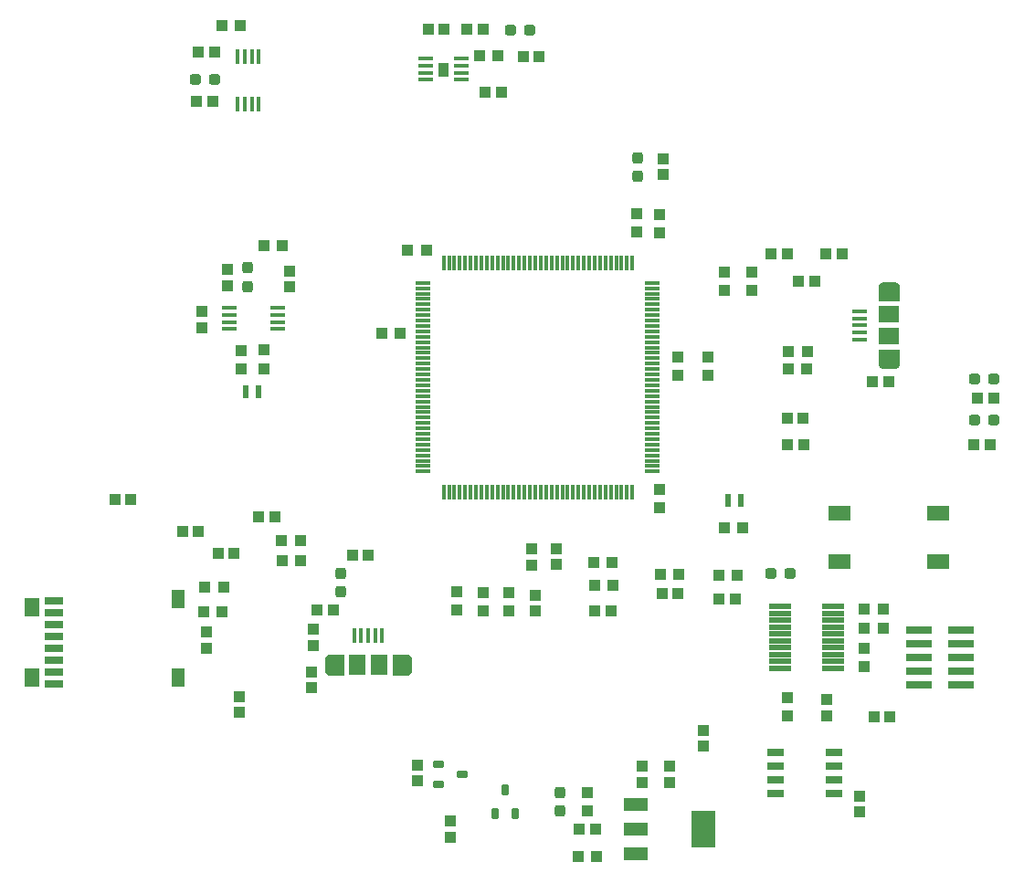
<source format=gbr>
%TF.GenerationSoftware,KiCad,Pcbnew,(6.0.1)*%
%TF.CreationDate,2022-02-13T11:40:04-05:00*%
%TF.ProjectId,STM32_Breakout,53544d33-325f-4427-9265-616b6f75742e,rev?*%
%TF.SameCoordinates,Original*%
%TF.FileFunction,Paste,Top*%
%TF.FilePolarity,Positive*%
%FSLAX46Y46*%
G04 Gerber Fmt 4.6, Leading zero omitted, Abs format (unit mm)*
G04 Created by KiCad (PCBNEW (6.0.1)) date 2022-02-13 11:40:04*
%MOMM*%
%LPD*%
G01*
G04 APERTURE LIST*
G04 Aperture macros list*
%AMRoundRect*
0 Rectangle with rounded corners*
0 $1 Rounding radius*
0 $2 $3 $4 $5 $6 $7 $8 $9 X,Y pos of 4 corners*
0 Add a 4 corners polygon primitive as box body*
4,1,4,$2,$3,$4,$5,$6,$7,$8,$9,$2,$3,0*
0 Add four circle primitives for the rounded corners*
1,1,$1+$1,$2,$3*
1,1,$1+$1,$4,$5*
1,1,$1+$1,$6,$7*
1,1,$1+$1,$8,$9*
0 Add four rect primitives between the rounded corners*
20,1,$1+$1,$2,$3,$4,$5,0*
20,1,$1+$1,$4,$5,$6,$7,0*
20,1,$1+$1,$6,$7,$8,$9,0*
20,1,$1+$1,$8,$9,$2,$3,0*%
G04 Aperture macros list end*
%ADD10C,0.000100*%
%ADD11C,0.010000*%
%ADD12RoundRect,0.008200X-0.976800X-0.196800X0.976800X-0.196800X0.976800X0.196800X-0.976800X0.196800X0*%
%ADD13RoundRect,0.008200X0.976800X0.196800X-0.976800X0.196800X-0.976800X-0.196800X0.976800X-0.196800X0*%
%ADD14R,1.040000X1.020000*%
%ADD15R,1.020000X1.040000*%
%ADD16R,1.100000X1.000000*%
%ADD17R,1.000000X1.100000*%
%ADD18R,0.600000X1.200000*%
%ADD19RoundRect,0.091500X0.213500X-0.453500X0.213500X0.453500X-0.213500X0.453500X-0.213500X-0.453500X0*%
%ADD20RoundRect,0.237500X0.237500X-0.287500X0.237500X0.287500X-0.237500X0.287500X-0.237500X-0.287500X0*%
%ADD21RoundRect,0.237500X0.287500X0.237500X-0.287500X0.237500X-0.287500X-0.237500X0.287500X-0.237500X0*%
%ADD22RoundRect,0.237500X-0.237500X0.287500X-0.237500X-0.287500X0.237500X-0.287500X0.237500X0.287500X0*%
%ADD23RoundRect,0.237500X-0.287500X-0.237500X0.287500X-0.237500X0.287500X0.237500X-0.287500X0.237500X0*%
%ADD24R,1.800000X0.800000*%
%ADD25R,1.200000X1.800000*%
%ADD26R,1.400000X1.800000*%
%ADD27R,0.400000X1.350000*%
%ADD28R,1.500000X1.900000*%
%ADD29R,1.525000X0.650000*%
%ADD30RoundRect,0.091500X-0.453500X-0.213500X0.453500X-0.213500X0.453500X0.213500X-0.453500X0.213500X0*%
%ADD31R,2.400000X0.740000*%
%ADD32RoundRect,0.012800X-0.637200X-0.147200X0.637200X-0.147200X0.637200X0.147200X-0.637200X0.147200X0*%
%ADD33R,2.200000X1.200000*%
%ADD34R,2.200000X3.500000*%
%ADD35R,1.346200X0.355600*%
%ADD36R,0.355600X1.346200*%
%ADD37R,1.450000X0.450000*%
%ADD38R,2.108200X1.397000*%
%ADD39R,0.450000X1.450000*%
%ADD40R,1.350000X0.400000*%
%ADD41R,1.900000X1.500000*%
G04 APERTURE END LIST*
D10*
%TO.C,J4*%
X87320000Y-123510000D02*
X86120000Y-123510000D01*
X86120000Y-123510000D02*
X86120000Y-125410000D01*
X86120000Y-125410000D02*
X87320000Y-125410000D01*
X87320000Y-125410000D02*
X87345000Y-125409000D01*
X87345000Y-125409000D02*
X87370000Y-125407000D01*
X87370000Y-125407000D02*
X87394000Y-125404000D01*
X87394000Y-125404000D02*
X87419000Y-125400000D01*
X87419000Y-125400000D02*
X87443000Y-125394000D01*
X87443000Y-125394000D02*
X87467000Y-125387000D01*
X87467000Y-125387000D02*
X87490000Y-125378000D01*
X87490000Y-125378000D02*
X87513000Y-125369000D01*
X87513000Y-125369000D02*
X87536000Y-125358000D01*
X87536000Y-125358000D02*
X87558000Y-125346000D01*
X87558000Y-125346000D02*
X87579000Y-125333000D01*
X87579000Y-125333000D02*
X87599000Y-125319000D01*
X87599000Y-125319000D02*
X87619000Y-125304000D01*
X87619000Y-125304000D02*
X87638000Y-125288000D01*
X87638000Y-125288000D02*
X87656000Y-125271000D01*
X87656000Y-125271000D02*
X87673000Y-125253000D01*
X87673000Y-125253000D02*
X87689000Y-125234000D01*
X87689000Y-125234000D02*
X87704000Y-125214000D01*
X87704000Y-125214000D02*
X87718000Y-125194000D01*
X87718000Y-125194000D02*
X87731000Y-125172000D01*
X87731000Y-125172000D02*
X87743000Y-125151000D01*
X87743000Y-125151000D02*
X87754000Y-125128000D01*
X87754000Y-125128000D02*
X87763000Y-125105000D01*
X87763000Y-125105000D02*
X87772000Y-125082000D01*
X87772000Y-125082000D02*
X87779000Y-125058000D01*
X87779000Y-125058000D02*
X87785000Y-125034000D01*
X87785000Y-125034000D02*
X87789000Y-125009000D01*
X87789000Y-125009000D02*
X87792000Y-124985000D01*
X87792000Y-124985000D02*
X87794000Y-124960000D01*
X87794000Y-124960000D02*
X87795000Y-124935000D01*
X87795000Y-124935000D02*
X87795000Y-123985000D01*
X87795000Y-123985000D02*
X87794000Y-123960000D01*
X87794000Y-123960000D02*
X87792000Y-123935000D01*
X87792000Y-123935000D02*
X87789000Y-123911000D01*
X87789000Y-123911000D02*
X87785000Y-123886000D01*
X87785000Y-123886000D02*
X87779000Y-123862000D01*
X87779000Y-123862000D02*
X87772000Y-123838000D01*
X87772000Y-123838000D02*
X87763000Y-123815000D01*
X87763000Y-123815000D02*
X87754000Y-123792000D01*
X87754000Y-123792000D02*
X87743000Y-123769000D01*
X87743000Y-123769000D02*
X87731000Y-123748000D01*
X87731000Y-123748000D02*
X87718000Y-123726000D01*
X87718000Y-123726000D02*
X87704000Y-123706000D01*
X87704000Y-123706000D02*
X87689000Y-123686000D01*
X87689000Y-123686000D02*
X87673000Y-123667000D01*
X87673000Y-123667000D02*
X87656000Y-123649000D01*
X87656000Y-123649000D02*
X87638000Y-123632000D01*
X87638000Y-123632000D02*
X87619000Y-123616000D01*
X87619000Y-123616000D02*
X87599000Y-123601000D01*
X87599000Y-123601000D02*
X87579000Y-123587000D01*
X87579000Y-123587000D02*
X87558000Y-123574000D01*
X87558000Y-123574000D02*
X87536000Y-123562000D01*
X87536000Y-123562000D02*
X87513000Y-123551000D01*
X87513000Y-123551000D02*
X87490000Y-123542000D01*
X87490000Y-123542000D02*
X87467000Y-123533000D01*
X87467000Y-123533000D02*
X87443000Y-123526000D01*
X87443000Y-123526000D02*
X87419000Y-123520000D01*
X87419000Y-123520000D02*
X87394000Y-123516000D01*
X87394000Y-123516000D02*
X87370000Y-123513000D01*
X87370000Y-123513000D02*
X87345000Y-123511000D01*
X87345000Y-123511000D02*
X87320000Y-123510000D01*
X87320000Y-123510000D02*
X87320000Y-123510000D01*
G36*
X87345000Y-123511000D02*
G01*
X87370000Y-123513000D01*
X87394000Y-123516000D01*
X87419000Y-123520000D01*
X87443000Y-123526000D01*
X87467000Y-123533000D01*
X87513000Y-123551000D01*
X87536000Y-123562000D01*
X87558000Y-123574000D01*
X87579000Y-123587000D01*
X87599000Y-123601000D01*
X87619000Y-123616000D01*
X87638000Y-123632000D01*
X87656000Y-123649000D01*
X87673000Y-123667000D01*
X87689000Y-123686000D01*
X87704000Y-123706000D01*
X87718000Y-123726000D01*
X87731000Y-123748000D01*
X87743000Y-123769000D01*
X87754000Y-123792000D01*
X87772000Y-123838000D01*
X87779000Y-123862000D01*
X87785000Y-123886000D01*
X87789000Y-123911000D01*
X87792000Y-123935000D01*
X87794000Y-123960000D01*
X87795000Y-123985000D01*
X87795000Y-124935000D01*
X87794000Y-124960000D01*
X87792000Y-124985000D01*
X87789000Y-125009000D01*
X87785000Y-125034000D01*
X87779000Y-125058000D01*
X87772000Y-125082000D01*
X87754000Y-125128000D01*
X87743000Y-125151000D01*
X87731000Y-125172000D01*
X87718000Y-125194000D01*
X87704000Y-125214000D01*
X87689000Y-125234000D01*
X87673000Y-125253000D01*
X87656000Y-125271000D01*
X87638000Y-125288000D01*
X87619000Y-125304000D01*
X87599000Y-125319000D01*
X87579000Y-125333000D01*
X87558000Y-125346000D01*
X87536000Y-125358000D01*
X87513000Y-125369000D01*
X87467000Y-125387000D01*
X87443000Y-125394000D01*
X87419000Y-125400000D01*
X87394000Y-125404000D01*
X87370000Y-125407000D01*
X87345000Y-125409000D01*
X87320000Y-125410000D01*
X86120000Y-125410000D01*
X86120000Y-123510000D01*
X87320000Y-123510000D01*
X87345000Y-123511000D01*
G37*
X87345000Y-123511000D02*
X87370000Y-123513000D01*
X87394000Y-123516000D01*
X87419000Y-123520000D01*
X87443000Y-123526000D01*
X87467000Y-123533000D01*
X87513000Y-123551000D01*
X87536000Y-123562000D01*
X87558000Y-123574000D01*
X87579000Y-123587000D01*
X87599000Y-123601000D01*
X87619000Y-123616000D01*
X87638000Y-123632000D01*
X87656000Y-123649000D01*
X87673000Y-123667000D01*
X87689000Y-123686000D01*
X87704000Y-123706000D01*
X87718000Y-123726000D01*
X87731000Y-123748000D01*
X87743000Y-123769000D01*
X87754000Y-123792000D01*
X87772000Y-123838000D01*
X87779000Y-123862000D01*
X87785000Y-123886000D01*
X87789000Y-123911000D01*
X87792000Y-123935000D01*
X87794000Y-123960000D01*
X87795000Y-123985000D01*
X87795000Y-124935000D01*
X87794000Y-124960000D01*
X87792000Y-124985000D01*
X87789000Y-125009000D01*
X87785000Y-125034000D01*
X87779000Y-125058000D01*
X87772000Y-125082000D01*
X87754000Y-125128000D01*
X87743000Y-125151000D01*
X87731000Y-125172000D01*
X87718000Y-125194000D01*
X87704000Y-125214000D01*
X87689000Y-125234000D01*
X87673000Y-125253000D01*
X87656000Y-125271000D01*
X87638000Y-125288000D01*
X87619000Y-125304000D01*
X87599000Y-125319000D01*
X87579000Y-125333000D01*
X87558000Y-125346000D01*
X87536000Y-125358000D01*
X87513000Y-125369000D01*
X87467000Y-125387000D01*
X87443000Y-125394000D01*
X87419000Y-125400000D01*
X87394000Y-125404000D01*
X87370000Y-125407000D01*
X87345000Y-125409000D01*
X87320000Y-125410000D01*
X86120000Y-125410000D01*
X86120000Y-123510000D01*
X87320000Y-123510000D01*
X87345000Y-123511000D01*
X80320000Y-123510000D02*
X81520000Y-123510000D01*
X81520000Y-123510000D02*
X81520000Y-125410000D01*
X81520000Y-125410000D02*
X80320000Y-125410000D01*
X80320000Y-125410000D02*
X80295000Y-125409000D01*
X80295000Y-125409000D02*
X80270000Y-125407000D01*
X80270000Y-125407000D02*
X80246000Y-125404000D01*
X80246000Y-125404000D02*
X80221000Y-125400000D01*
X80221000Y-125400000D02*
X80197000Y-125394000D01*
X80197000Y-125394000D02*
X80173000Y-125387000D01*
X80173000Y-125387000D02*
X80150000Y-125378000D01*
X80150000Y-125378000D02*
X80127000Y-125369000D01*
X80127000Y-125369000D02*
X80104000Y-125358000D01*
X80104000Y-125358000D02*
X80083000Y-125346000D01*
X80083000Y-125346000D02*
X80061000Y-125333000D01*
X80061000Y-125333000D02*
X80041000Y-125319000D01*
X80041000Y-125319000D02*
X80021000Y-125304000D01*
X80021000Y-125304000D02*
X80002000Y-125288000D01*
X80002000Y-125288000D02*
X79984000Y-125271000D01*
X79984000Y-125271000D02*
X79967000Y-125253000D01*
X79967000Y-125253000D02*
X79951000Y-125234000D01*
X79951000Y-125234000D02*
X79936000Y-125214000D01*
X79936000Y-125214000D02*
X79922000Y-125194000D01*
X79922000Y-125194000D02*
X79909000Y-125172000D01*
X79909000Y-125172000D02*
X79897000Y-125151000D01*
X79897000Y-125151000D02*
X79886000Y-125128000D01*
X79886000Y-125128000D02*
X79877000Y-125105000D01*
X79877000Y-125105000D02*
X79868000Y-125082000D01*
X79868000Y-125082000D02*
X79861000Y-125058000D01*
X79861000Y-125058000D02*
X79855000Y-125034000D01*
X79855000Y-125034000D02*
X79851000Y-125009000D01*
X79851000Y-125009000D02*
X79848000Y-124985000D01*
X79848000Y-124985000D02*
X79846000Y-124960000D01*
X79846000Y-124960000D02*
X79845000Y-124935000D01*
X79845000Y-124935000D02*
X79845000Y-123985000D01*
X79845000Y-123985000D02*
X79846000Y-123960000D01*
X79846000Y-123960000D02*
X79848000Y-123935000D01*
X79848000Y-123935000D02*
X79851000Y-123911000D01*
X79851000Y-123911000D02*
X79855000Y-123886000D01*
X79855000Y-123886000D02*
X79861000Y-123862000D01*
X79861000Y-123862000D02*
X79868000Y-123838000D01*
X79868000Y-123838000D02*
X79877000Y-123815000D01*
X79877000Y-123815000D02*
X79886000Y-123792000D01*
X79886000Y-123792000D02*
X79897000Y-123769000D01*
X79897000Y-123769000D02*
X79909000Y-123748000D01*
X79909000Y-123748000D02*
X79922000Y-123726000D01*
X79922000Y-123726000D02*
X79936000Y-123706000D01*
X79936000Y-123706000D02*
X79951000Y-123686000D01*
X79951000Y-123686000D02*
X79967000Y-123667000D01*
X79967000Y-123667000D02*
X79984000Y-123649000D01*
X79984000Y-123649000D02*
X80002000Y-123632000D01*
X80002000Y-123632000D02*
X80021000Y-123616000D01*
X80021000Y-123616000D02*
X80041000Y-123601000D01*
X80041000Y-123601000D02*
X80061000Y-123587000D01*
X80061000Y-123587000D02*
X80083000Y-123574000D01*
X80083000Y-123574000D02*
X80104000Y-123562000D01*
X80104000Y-123562000D02*
X80127000Y-123551000D01*
X80127000Y-123551000D02*
X80150000Y-123542000D01*
X80150000Y-123542000D02*
X80173000Y-123533000D01*
X80173000Y-123533000D02*
X80197000Y-123526000D01*
X80197000Y-123526000D02*
X80221000Y-123520000D01*
X80221000Y-123520000D02*
X80246000Y-123516000D01*
X80246000Y-123516000D02*
X80270000Y-123513000D01*
X80270000Y-123513000D02*
X80295000Y-123511000D01*
X80295000Y-123511000D02*
X80320000Y-123510000D01*
X80320000Y-123510000D02*
X80320000Y-123510000D01*
G36*
X81520000Y-125410000D02*
G01*
X80320000Y-125410000D01*
X80295000Y-125409000D01*
X80270000Y-125407000D01*
X80246000Y-125404000D01*
X80221000Y-125400000D01*
X80197000Y-125394000D01*
X80173000Y-125387000D01*
X80127000Y-125369000D01*
X80104000Y-125358000D01*
X80083000Y-125346000D01*
X80061000Y-125333000D01*
X80041000Y-125319000D01*
X80021000Y-125304000D01*
X80002000Y-125288000D01*
X79984000Y-125271000D01*
X79967000Y-125253000D01*
X79951000Y-125234000D01*
X79936000Y-125214000D01*
X79922000Y-125194000D01*
X79909000Y-125172000D01*
X79897000Y-125151000D01*
X79886000Y-125128000D01*
X79868000Y-125082000D01*
X79861000Y-125058000D01*
X79855000Y-125034000D01*
X79851000Y-125009000D01*
X79848000Y-124985000D01*
X79846000Y-124960000D01*
X79845000Y-124935000D01*
X79845000Y-123985000D01*
X79846000Y-123960000D01*
X79848000Y-123935000D01*
X79851000Y-123911000D01*
X79855000Y-123886000D01*
X79861000Y-123862000D01*
X79868000Y-123838000D01*
X79886000Y-123792000D01*
X79897000Y-123769000D01*
X79909000Y-123748000D01*
X79922000Y-123726000D01*
X79936000Y-123706000D01*
X79951000Y-123686000D01*
X79967000Y-123667000D01*
X79984000Y-123649000D01*
X80002000Y-123632000D01*
X80021000Y-123616000D01*
X80041000Y-123601000D01*
X80061000Y-123587000D01*
X80083000Y-123574000D01*
X80104000Y-123562000D01*
X80127000Y-123551000D01*
X80173000Y-123533000D01*
X80197000Y-123526000D01*
X80221000Y-123520000D01*
X80246000Y-123516000D01*
X80270000Y-123513000D01*
X80295000Y-123511000D01*
X80320000Y-123510000D01*
X81520000Y-123510000D01*
X81520000Y-125410000D01*
G37*
X81520000Y-125410000D02*
X80320000Y-125410000D01*
X80295000Y-125409000D01*
X80270000Y-125407000D01*
X80246000Y-125404000D01*
X80221000Y-125400000D01*
X80197000Y-125394000D01*
X80173000Y-125387000D01*
X80127000Y-125369000D01*
X80104000Y-125358000D01*
X80083000Y-125346000D01*
X80061000Y-125333000D01*
X80041000Y-125319000D01*
X80021000Y-125304000D01*
X80002000Y-125288000D01*
X79984000Y-125271000D01*
X79967000Y-125253000D01*
X79951000Y-125234000D01*
X79936000Y-125214000D01*
X79922000Y-125194000D01*
X79909000Y-125172000D01*
X79897000Y-125151000D01*
X79886000Y-125128000D01*
X79868000Y-125082000D01*
X79861000Y-125058000D01*
X79855000Y-125034000D01*
X79851000Y-125009000D01*
X79848000Y-124985000D01*
X79846000Y-124960000D01*
X79845000Y-124935000D01*
X79845000Y-123985000D01*
X79846000Y-123960000D01*
X79848000Y-123935000D01*
X79851000Y-123911000D01*
X79855000Y-123886000D01*
X79861000Y-123862000D01*
X79868000Y-123838000D01*
X79886000Y-123792000D01*
X79897000Y-123769000D01*
X79909000Y-123748000D01*
X79922000Y-123726000D01*
X79936000Y-123706000D01*
X79951000Y-123686000D01*
X79967000Y-123667000D01*
X79984000Y-123649000D01*
X80002000Y-123632000D01*
X80021000Y-123616000D01*
X80041000Y-123601000D01*
X80061000Y-123587000D01*
X80083000Y-123574000D01*
X80104000Y-123562000D01*
X80127000Y-123551000D01*
X80173000Y-123533000D01*
X80197000Y-123526000D01*
X80221000Y-123520000D01*
X80246000Y-123516000D01*
X80270000Y-123513000D01*
X80295000Y-123511000D01*
X80320000Y-123510000D01*
X81520000Y-123510000D01*
X81520000Y-125410000D01*
D11*
%TO.C,U6*%
X90366576Y-68650000D02*
X91173000Y-68650000D01*
X91173000Y-68650000D02*
X91173000Y-69865717D01*
X91173000Y-69865717D02*
X90366576Y-69865717D01*
X90366576Y-69865717D02*
X90366576Y-68650000D01*
G36*
X91173000Y-69865717D02*
G01*
X90366576Y-69865717D01*
X90366576Y-68650000D01*
X91173000Y-68650000D01*
X91173000Y-69865717D01*
G37*
X91173000Y-69865717D02*
X90366576Y-69865717D01*
X90366576Y-68650000D01*
X91173000Y-68650000D01*
X91173000Y-69865717D01*
D10*
%TO.C,J8*%
X131130000Y-89480000D02*
X131130000Y-90680000D01*
X131130000Y-90680000D02*
X133030000Y-90680000D01*
X133030000Y-90680000D02*
X133030000Y-89480000D01*
X133030000Y-89480000D02*
X133029000Y-89455000D01*
X133029000Y-89455000D02*
X133027000Y-89430000D01*
X133027000Y-89430000D02*
X133024000Y-89406000D01*
X133024000Y-89406000D02*
X133020000Y-89381000D01*
X133020000Y-89381000D02*
X133014000Y-89357000D01*
X133014000Y-89357000D02*
X133007000Y-89333000D01*
X133007000Y-89333000D02*
X132998000Y-89310000D01*
X132998000Y-89310000D02*
X132989000Y-89287000D01*
X132989000Y-89287000D02*
X132978000Y-89264000D01*
X132978000Y-89264000D02*
X132966000Y-89242000D01*
X132966000Y-89242000D02*
X132953000Y-89221000D01*
X132953000Y-89221000D02*
X132939000Y-89201000D01*
X132939000Y-89201000D02*
X132924000Y-89181000D01*
X132924000Y-89181000D02*
X132908000Y-89162000D01*
X132908000Y-89162000D02*
X132891000Y-89144000D01*
X132891000Y-89144000D02*
X132873000Y-89127000D01*
X132873000Y-89127000D02*
X132854000Y-89111000D01*
X132854000Y-89111000D02*
X132834000Y-89096000D01*
X132834000Y-89096000D02*
X132814000Y-89082000D01*
X132814000Y-89082000D02*
X132792000Y-89069000D01*
X132792000Y-89069000D02*
X132771000Y-89057000D01*
X132771000Y-89057000D02*
X132748000Y-89046000D01*
X132748000Y-89046000D02*
X132725000Y-89037000D01*
X132725000Y-89037000D02*
X132702000Y-89028000D01*
X132702000Y-89028000D02*
X132678000Y-89021000D01*
X132678000Y-89021000D02*
X132654000Y-89015000D01*
X132654000Y-89015000D02*
X132629000Y-89011000D01*
X132629000Y-89011000D02*
X132605000Y-89008000D01*
X132605000Y-89008000D02*
X132580000Y-89006000D01*
X132580000Y-89006000D02*
X132555000Y-89005000D01*
X132555000Y-89005000D02*
X131605000Y-89005000D01*
X131605000Y-89005000D02*
X131580000Y-89006000D01*
X131580000Y-89006000D02*
X131555000Y-89008000D01*
X131555000Y-89008000D02*
X131531000Y-89011000D01*
X131531000Y-89011000D02*
X131506000Y-89015000D01*
X131506000Y-89015000D02*
X131482000Y-89021000D01*
X131482000Y-89021000D02*
X131458000Y-89028000D01*
X131458000Y-89028000D02*
X131435000Y-89037000D01*
X131435000Y-89037000D02*
X131412000Y-89046000D01*
X131412000Y-89046000D02*
X131389000Y-89057000D01*
X131389000Y-89057000D02*
X131368000Y-89069000D01*
X131368000Y-89069000D02*
X131346000Y-89082000D01*
X131346000Y-89082000D02*
X131326000Y-89096000D01*
X131326000Y-89096000D02*
X131306000Y-89111000D01*
X131306000Y-89111000D02*
X131287000Y-89127000D01*
X131287000Y-89127000D02*
X131269000Y-89144000D01*
X131269000Y-89144000D02*
X131252000Y-89162000D01*
X131252000Y-89162000D02*
X131236000Y-89181000D01*
X131236000Y-89181000D02*
X131221000Y-89201000D01*
X131221000Y-89201000D02*
X131207000Y-89221000D01*
X131207000Y-89221000D02*
X131194000Y-89242000D01*
X131194000Y-89242000D02*
X131182000Y-89264000D01*
X131182000Y-89264000D02*
X131171000Y-89287000D01*
X131171000Y-89287000D02*
X131162000Y-89310000D01*
X131162000Y-89310000D02*
X131153000Y-89333000D01*
X131153000Y-89333000D02*
X131146000Y-89357000D01*
X131146000Y-89357000D02*
X131140000Y-89381000D01*
X131140000Y-89381000D02*
X131136000Y-89406000D01*
X131136000Y-89406000D02*
X131133000Y-89430000D01*
X131133000Y-89430000D02*
X131131000Y-89455000D01*
X131131000Y-89455000D02*
X131130000Y-89480000D01*
X131130000Y-89480000D02*
X131130000Y-89480000D01*
G36*
X132580000Y-89006000D02*
G01*
X132605000Y-89008000D01*
X132629000Y-89011000D01*
X132654000Y-89015000D01*
X132678000Y-89021000D01*
X132702000Y-89028000D01*
X132748000Y-89046000D01*
X132771000Y-89057000D01*
X132792000Y-89069000D01*
X132814000Y-89082000D01*
X132834000Y-89096000D01*
X132854000Y-89111000D01*
X132873000Y-89127000D01*
X132891000Y-89144000D01*
X132908000Y-89162000D01*
X132924000Y-89181000D01*
X132939000Y-89201000D01*
X132953000Y-89221000D01*
X132966000Y-89242000D01*
X132978000Y-89264000D01*
X132989000Y-89287000D01*
X133007000Y-89333000D01*
X133014000Y-89357000D01*
X133020000Y-89381000D01*
X133024000Y-89406000D01*
X133027000Y-89430000D01*
X133029000Y-89455000D01*
X133030000Y-89480000D01*
X133030000Y-90680000D01*
X131130000Y-90680000D01*
X131130000Y-89480000D01*
X131131000Y-89455000D01*
X131133000Y-89430000D01*
X131136000Y-89406000D01*
X131140000Y-89381000D01*
X131146000Y-89357000D01*
X131153000Y-89333000D01*
X131171000Y-89287000D01*
X131182000Y-89264000D01*
X131194000Y-89242000D01*
X131207000Y-89221000D01*
X131221000Y-89201000D01*
X131236000Y-89181000D01*
X131252000Y-89162000D01*
X131269000Y-89144000D01*
X131287000Y-89127000D01*
X131306000Y-89111000D01*
X131326000Y-89096000D01*
X131346000Y-89082000D01*
X131368000Y-89069000D01*
X131389000Y-89057000D01*
X131412000Y-89046000D01*
X131458000Y-89028000D01*
X131482000Y-89021000D01*
X131506000Y-89015000D01*
X131531000Y-89011000D01*
X131555000Y-89008000D01*
X131580000Y-89006000D01*
X131605000Y-89005000D01*
X132555000Y-89005000D01*
X132580000Y-89006000D01*
G37*
X132580000Y-89006000D02*
X132605000Y-89008000D01*
X132629000Y-89011000D01*
X132654000Y-89015000D01*
X132678000Y-89021000D01*
X132702000Y-89028000D01*
X132748000Y-89046000D01*
X132771000Y-89057000D01*
X132792000Y-89069000D01*
X132814000Y-89082000D01*
X132834000Y-89096000D01*
X132854000Y-89111000D01*
X132873000Y-89127000D01*
X132891000Y-89144000D01*
X132908000Y-89162000D01*
X132924000Y-89181000D01*
X132939000Y-89201000D01*
X132953000Y-89221000D01*
X132966000Y-89242000D01*
X132978000Y-89264000D01*
X132989000Y-89287000D01*
X133007000Y-89333000D01*
X133014000Y-89357000D01*
X133020000Y-89381000D01*
X133024000Y-89406000D01*
X133027000Y-89430000D01*
X133029000Y-89455000D01*
X133030000Y-89480000D01*
X133030000Y-90680000D01*
X131130000Y-90680000D01*
X131130000Y-89480000D01*
X131131000Y-89455000D01*
X131133000Y-89430000D01*
X131136000Y-89406000D01*
X131140000Y-89381000D01*
X131146000Y-89357000D01*
X131153000Y-89333000D01*
X131171000Y-89287000D01*
X131182000Y-89264000D01*
X131194000Y-89242000D01*
X131207000Y-89221000D01*
X131221000Y-89201000D01*
X131236000Y-89181000D01*
X131252000Y-89162000D01*
X131269000Y-89144000D01*
X131287000Y-89127000D01*
X131306000Y-89111000D01*
X131326000Y-89096000D01*
X131346000Y-89082000D01*
X131368000Y-89069000D01*
X131389000Y-89057000D01*
X131412000Y-89046000D01*
X131458000Y-89028000D01*
X131482000Y-89021000D01*
X131506000Y-89015000D01*
X131531000Y-89011000D01*
X131555000Y-89008000D01*
X131580000Y-89006000D01*
X131605000Y-89005000D01*
X132555000Y-89005000D01*
X132580000Y-89006000D01*
X131130000Y-96480000D02*
X131130000Y-95280000D01*
X131130000Y-95280000D02*
X133030000Y-95280000D01*
X133030000Y-95280000D02*
X133030000Y-96480000D01*
X133030000Y-96480000D02*
X133029000Y-96505000D01*
X133029000Y-96505000D02*
X133027000Y-96530000D01*
X133027000Y-96530000D02*
X133024000Y-96554000D01*
X133024000Y-96554000D02*
X133020000Y-96579000D01*
X133020000Y-96579000D02*
X133014000Y-96603000D01*
X133014000Y-96603000D02*
X133007000Y-96627000D01*
X133007000Y-96627000D02*
X132998000Y-96650000D01*
X132998000Y-96650000D02*
X132989000Y-96673000D01*
X132989000Y-96673000D02*
X132978000Y-96696000D01*
X132978000Y-96696000D02*
X132966000Y-96717000D01*
X132966000Y-96717000D02*
X132953000Y-96739000D01*
X132953000Y-96739000D02*
X132939000Y-96759000D01*
X132939000Y-96759000D02*
X132924000Y-96779000D01*
X132924000Y-96779000D02*
X132908000Y-96798000D01*
X132908000Y-96798000D02*
X132891000Y-96816000D01*
X132891000Y-96816000D02*
X132873000Y-96833000D01*
X132873000Y-96833000D02*
X132854000Y-96849000D01*
X132854000Y-96849000D02*
X132834000Y-96864000D01*
X132834000Y-96864000D02*
X132814000Y-96878000D01*
X132814000Y-96878000D02*
X132792000Y-96891000D01*
X132792000Y-96891000D02*
X132771000Y-96903000D01*
X132771000Y-96903000D02*
X132748000Y-96914000D01*
X132748000Y-96914000D02*
X132725000Y-96923000D01*
X132725000Y-96923000D02*
X132702000Y-96932000D01*
X132702000Y-96932000D02*
X132678000Y-96939000D01*
X132678000Y-96939000D02*
X132654000Y-96945000D01*
X132654000Y-96945000D02*
X132629000Y-96949000D01*
X132629000Y-96949000D02*
X132605000Y-96952000D01*
X132605000Y-96952000D02*
X132580000Y-96954000D01*
X132580000Y-96954000D02*
X132555000Y-96955000D01*
X132555000Y-96955000D02*
X131605000Y-96955000D01*
X131605000Y-96955000D02*
X131580000Y-96954000D01*
X131580000Y-96954000D02*
X131555000Y-96952000D01*
X131555000Y-96952000D02*
X131531000Y-96949000D01*
X131531000Y-96949000D02*
X131506000Y-96945000D01*
X131506000Y-96945000D02*
X131482000Y-96939000D01*
X131482000Y-96939000D02*
X131458000Y-96932000D01*
X131458000Y-96932000D02*
X131435000Y-96923000D01*
X131435000Y-96923000D02*
X131412000Y-96914000D01*
X131412000Y-96914000D02*
X131389000Y-96903000D01*
X131389000Y-96903000D02*
X131368000Y-96891000D01*
X131368000Y-96891000D02*
X131346000Y-96878000D01*
X131346000Y-96878000D02*
X131326000Y-96864000D01*
X131326000Y-96864000D02*
X131306000Y-96849000D01*
X131306000Y-96849000D02*
X131287000Y-96833000D01*
X131287000Y-96833000D02*
X131269000Y-96816000D01*
X131269000Y-96816000D02*
X131252000Y-96798000D01*
X131252000Y-96798000D02*
X131236000Y-96779000D01*
X131236000Y-96779000D02*
X131221000Y-96759000D01*
X131221000Y-96759000D02*
X131207000Y-96739000D01*
X131207000Y-96739000D02*
X131194000Y-96717000D01*
X131194000Y-96717000D02*
X131182000Y-96696000D01*
X131182000Y-96696000D02*
X131171000Y-96673000D01*
X131171000Y-96673000D02*
X131162000Y-96650000D01*
X131162000Y-96650000D02*
X131153000Y-96627000D01*
X131153000Y-96627000D02*
X131146000Y-96603000D01*
X131146000Y-96603000D02*
X131140000Y-96579000D01*
X131140000Y-96579000D02*
X131136000Y-96554000D01*
X131136000Y-96554000D02*
X131133000Y-96530000D01*
X131133000Y-96530000D02*
X131131000Y-96505000D01*
X131131000Y-96505000D02*
X131130000Y-96480000D01*
X131130000Y-96480000D02*
X131130000Y-96480000D01*
G36*
X133030000Y-96480000D02*
G01*
X133029000Y-96505000D01*
X133027000Y-96530000D01*
X133024000Y-96554000D01*
X133020000Y-96579000D01*
X133014000Y-96603000D01*
X133007000Y-96627000D01*
X132989000Y-96673000D01*
X132978000Y-96696000D01*
X132966000Y-96717000D01*
X132953000Y-96739000D01*
X132939000Y-96759000D01*
X132924000Y-96779000D01*
X132908000Y-96798000D01*
X132891000Y-96816000D01*
X132873000Y-96833000D01*
X132854000Y-96849000D01*
X132834000Y-96864000D01*
X132814000Y-96878000D01*
X132792000Y-96891000D01*
X132771000Y-96903000D01*
X132748000Y-96914000D01*
X132702000Y-96932000D01*
X132678000Y-96939000D01*
X132654000Y-96945000D01*
X132629000Y-96949000D01*
X132605000Y-96952000D01*
X132580000Y-96954000D01*
X132555000Y-96955000D01*
X131605000Y-96955000D01*
X131580000Y-96954000D01*
X131555000Y-96952000D01*
X131531000Y-96949000D01*
X131506000Y-96945000D01*
X131482000Y-96939000D01*
X131458000Y-96932000D01*
X131412000Y-96914000D01*
X131389000Y-96903000D01*
X131368000Y-96891000D01*
X131346000Y-96878000D01*
X131326000Y-96864000D01*
X131306000Y-96849000D01*
X131287000Y-96833000D01*
X131269000Y-96816000D01*
X131252000Y-96798000D01*
X131236000Y-96779000D01*
X131221000Y-96759000D01*
X131207000Y-96739000D01*
X131194000Y-96717000D01*
X131182000Y-96696000D01*
X131171000Y-96673000D01*
X131153000Y-96627000D01*
X131146000Y-96603000D01*
X131140000Y-96579000D01*
X131136000Y-96554000D01*
X131133000Y-96530000D01*
X131131000Y-96505000D01*
X131130000Y-96480000D01*
X131130000Y-95280000D01*
X133030000Y-95280000D01*
X133030000Y-96480000D01*
G37*
X133030000Y-96480000D02*
X133029000Y-96505000D01*
X133027000Y-96530000D01*
X133024000Y-96554000D01*
X133020000Y-96579000D01*
X133014000Y-96603000D01*
X133007000Y-96627000D01*
X132989000Y-96673000D01*
X132978000Y-96696000D01*
X132966000Y-96717000D01*
X132953000Y-96739000D01*
X132939000Y-96759000D01*
X132924000Y-96779000D01*
X132908000Y-96798000D01*
X132891000Y-96816000D01*
X132873000Y-96833000D01*
X132854000Y-96849000D01*
X132834000Y-96864000D01*
X132814000Y-96878000D01*
X132792000Y-96891000D01*
X132771000Y-96903000D01*
X132748000Y-96914000D01*
X132702000Y-96932000D01*
X132678000Y-96939000D01*
X132654000Y-96945000D01*
X132629000Y-96949000D01*
X132605000Y-96952000D01*
X132580000Y-96954000D01*
X132555000Y-96955000D01*
X131605000Y-96955000D01*
X131580000Y-96954000D01*
X131555000Y-96952000D01*
X131531000Y-96949000D01*
X131506000Y-96945000D01*
X131482000Y-96939000D01*
X131458000Y-96932000D01*
X131412000Y-96914000D01*
X131389000Y-96903000D01*
X131368000Y-96891000D01*
X131346000Y-96878000D01*
X131326000Y-96864000D01*
X131306000Y-96849000D01*
X131287000Y-96833000D01*
X131269000Y-96816000D01*
X131252000Y-96798000D01*
X131236000Y-96779000D01*
X131221000Y-96759000D01*
X131207000Y-96739000D01*
X131194000Y-96717000D01*
X131182000Y-96696000D01*
X131171000Y-96673000D01*
X131153000Y-96627000D01*
X131146000Y-96603000D01*
X131140000Y-96579000D01*
X131136000Y-96554000D01*
X131133000Y-96530000D01*
X131131000Y-96505000D01*
X131130000Y-96480000D01*
X131130000Y-95280000D01*
X133030000Y-95280000D01*
X133030000Y-96480000D01*
%TD*%
D12*
%TO.C,U7*%
X121990000Y-119062500D03*
X121990000Y-119697500D03*
X121990000Y-120332500D03*
X121990000Y-120967500D03*
X121990000Y-121602500D03*
X121990000Y-122237500D03*
X121990000Y-122872500D03*
X121990000Y-123507500D03*
X121990000Y-124142500D03*
X121990000Y-124777500D03*
D13*
X126930000Y-124777500D03*
X126930000Y-124142500D03*
X126930000Y-123507500D03*
X126930000Y-122872500D03*
X126930000Y-122237500D03*
X126930000Y-121602500D03*
X126930000Y-120967500D03*
X126930000Y-120332500D03*
X126930000Y-119697500D03*
X126930000Y-119062500D03*
%TD*%
D14*
%TO.C,R32*%
X130583000Y-98171000D03*
X132053000Y-98171000D03*
%TD*%
%TO.C,R31*%
X141805000Y-99695000D03*
X140335000Y-99695000D03*
%TD*%
%TO.C,R30*%
X141451000Y-104013000D03*
X139981000Y-104013000D03*
%TD*%
%TO.C,R29*%
X124179000Y-104013000D03*
X122709000Y-104013000D03*
%TD*%
%TO.C,R28*%
X124152000Y-101600000D03*
X122682000Y-101600000D03*
%TD*%
%TO.C,R27*%
X116359000Y-118364000D03*
X117829000Y-118364000D03*
%TD*%
%TO.C,R24*%
X60379000Y-109093000D03*
X61849000Y-109093000D03*
%TD*%
%TO.C,R23*%
X130710000Y-129286000D03*
X132180000Y-129286000D03*
%TD*%
D15*
%TO.C,R9*%
X111170250Y-77524000D03*
X111170250Y-78994000D03*
%TD*%
D16*
%TO.C,C34*%
X122760000Y-97028000D03*
X124460000Y-97028000D03*
%TD*%
%TO.C,C33*%
X124509000Y-95377000D03*
X122809000Y-95377000D03*
%TD*%
D17*
%TO.C,C32*%
X122682000Y-127508000D03*
X122682000Y-129208000D03*
%TD*%
%TO.C,C31*%
X129794000Y-121031000D03*
X129794000Y-119331000D03*
%TD*%
%TO.C,C30*%
X131572000Y-119331000D03*
X131572000Y-121031000D03*
%TD*%
%TO.C,C29*%
X129794000Y-122936000D03*
X129794000Y-124636000D03*
%TD*%
D16*
%TO.C,C22*%
X86790000Y-93726000D03*
X85090000Y-93726000D03*
%TD*%
D17*
%TO.C,C19*%
X115316000Y-97624000D03*
X115316000Y-95924000D03*
%TD*%
D16*
%TO.C,C18*%
X77519000Y-112903000D03*
X75819000Y-112903000D03*
%TD*%
%TO.C,C17*%
X77558000Y-114808000D03*
X75858000Y-114808000D03*
%TD*%
D17*
%TO.C,C16*%
X110871000Y-84416000D03*
X110871000Y-82716000D03*
%TD*%
D16*
%TO.C,C15*%
X89203000Y-85979000D03*
X87503000Y-85979000D03*
%TD*%
D17*
%TO.C,C14*%
X108712000Y-84289000D03*
X108712000Y-82589000D03*
%TD*%
%TO.C,C13*%
X112522000Y-97624000D03*
X112522000Y-95924000D03*
%TD*%
%TO.C,C12*%
X110871000Y-109904000D03*
X110871000Y-108204000D03*
%TD*%
D16*
%TO.C,C10*%
X110949000Y-116078000D03*
X112649000Y-116078000D03*
%TD*%
D18*
%TO.C,O2*%
X117144800Y-109220000D03*
X118344800Y-109220000D03*
%TD*%
D17*
%TO.C,C2*%
X104140000Y-136310000D03*
X104140000Y-138010000D03*
%TD*%
D16*
%TO.C,C5*%
X104990000Y-142240000D03*
X103290000Y-142240000D03*
%TD*%
D17*
%TO.C,C7*%
X92040000Y-119410000D03*
X92040000Y-117710000D03*
%TD*%
%TO.C,C9*%
X94480000Y-119430000D03*
X94480000Y-117730000D03*
%TD*%
D16*
%TO.C,C6*%
X106470000Y-115000000D03*
X104770000Y-115000000D03*
%TD*%
%TO.C,C8*%
X106520000Y-117090000D03*
X104820000Y-117090000D03*
%TD*%
D17*
%TO.C,C11*%
X96870000Y-119480000D03*
X96870000Y-117780000D03*
%TD*%
%TO.C,C21*%
X116840000Y-88050000D03*
X116840000Y-89750000D03*
%TD*%
%TO.C,C23*%
X119380000Y-88050000D03*
X119380000Y-89750000D03*
%TD*%
D16*
%TO.C,C27*%
X68610000Y-119510000D03*
X70310000Y-119510000D03*
%TD*%
%TO.C,C28*%
X68707000Y-117221000D03*
X70407000Y-117221000D03*
%TD*%
%TO.C,C20*%
X116345600Y-116179600D03*
X118045600Y-116179600D03*
%TD*%
%TO.C,C26*%
X95885000Y-67945000D03*
X94185000Y-67945000D03*
%TD*%
%TO.C,C24*%
X75830000Y-85617500D03*
X74130000Y-85617500D03*
%TD*%
%TO.C,C25*%
X116840000Y-111760000D03*
X118540000Y-111760000D03*
%TD*%
D17*
%TO.C,C4*%
X74200000Y-95287500D03*
X74200000Y-96987500D03*
%TD*%
%TO.C,C3*%
X72050000Y-95317500D03*
X72050000Y-97017500D03*
%TD*%
D16*
%TO.C,C1*%
X70265000Y-65220000D03*
X71965000Y-65220000D03*
%TD*%
D19*
%TO.C,D3*%
X95605000Y-138230000D03*
X97435000Y-138230000D03*
X96520000Y-136090000D03*
%TD*%
D20*
%TO.C,D4*%
X101600000Y-138035000D03*
X101600000Y-136285000D03*
%TD*%
D21*
%TO.C,D6*%
X98790000Y-65620000D03*
X97040000Y-65620000D03*
%TD*%
D22*
%TO.C,D7*%
X81280000Y-115965000D03*
X81280000Y-117715000D03*
%TD*%
%TO.C,D2*%
X72620000Y-87632500D03*
X72620000Y-89382500D03*
%TD*%
D23*
%TO.C,D1*%
X67820000Y-70150000D03*
X69570000Y-70150000D03*
%TD*%
D15*
%TO.C,FB2*%
X88392000Y-135228000D03*
X88392000Y-133758000D03*
%TD*%
D14*
%TO.C,FB6*%
X106325000Y-119500000D03*
X104855000Y-119500000D03*
%TD*%
D15*
%TO.C,FB7*%
X99310000Y-119475000D03*
X99310000Y-118005000D03*
%TD*%
D14*
%TO.C,FB8*%
X127735000Y-86360000D03*
X126265000Y-86360000D03*
%TD*%
D15*
%TO.C,FB3*%
X68453000Y-93191000D03*
X68453000Y-91721000D03*
%TD*%
%TO.C,FB10*%
X68834000Y-121439000D03*
X68834000Y-122909000D03*
%TD*%
D14*
%TO.C,FB5*%
X111052000Y-117856000D03*
X112522000Y-117856000D03*
%TD*%
%TO.C,FB9*%
X94465000Y-65530000D03*
X92995000Y-65530000D03*
%TD*%
D15*
%TO.C,FB4*%
X129413000Y-136652000D03*
X129413000Y-138122000D03*
%TD*%
D14*
%TO.C,FB1*%
X68100000Y-67610000D03*
X69570000Y-67610000D03*
%TD*%
D24*
%TO.C,J7*%
X54663500Y-126222000D03*
X54663500Y-125122000D03*
X54663500Y-124022000D03*
X54663500Y-122922000D03*
X54663500Y-121822000D03*
X54663500Y-120722000D03*
X54663500Y-119622000D03*
X54663500Y-118522000D03*
D25*
X66213500Y-125672000D03*
X66213500Y-118322000D03*
D26*
X52663500Y-125622000D03*
X52663500Y-119122000D03*
%TD*%
D27*
%TO.C,J4*%
X82520000Y-121785000D03*
X83170000Y-121785000D03*
X83820000Y-121785000D03*
X84470000Y-121785000D03*
X85120000Y-121785000D03*
D28*
X82820000Y-124460000D03*
X84820000Y-124460000D03*
%TD*%
D29*
%TO.C,MAX4372F1*%
X127002000Y-136365000D03*
X127002000Y-135095000D03*
X127002000Y-133825000D03*
X127002000Y-132555000D03*
X121578000Y-132555000D03*
X121578000Y-133825000D03*
X121578000Y-135095000D03*
X121578000Y-136365000D03*
%TD*%
D18*
%TO.C,O1*%
X72460000Y-99127500D03*
X73660000Y-99127500D03*
%TD*%
D30*
%TO.C,Q1*%
X90370000Y-133705000D03*
X90370000Y-135535000D03*
X92510000Y-134620000D03*
%TD*%
D15*
%TO.C,R26*%
X101270000Y-115180000D03*
X101270000Y-113710000D03*
%TD*%
D14*
%TO.C,R10*%
X122655000Y-86360000D03*
X121185000Y-86360000D03*
%TD*%
%TO.C,R11*%
X125195000Y-88900000D03*
X123725000Y-88900000D03*
%TD*%
D15*
%TO.C,R8*%
X114935000Y-132026000D03*
X114935000Y-130556000D03*
%TD*%
%TO.C,R4*%
X91440000Y-140435000D03*
X91440000Y-138965000D03*
%TD*%
%TO.C,R25*%
X99020000Y-113715000D03*
X99020000Y-115185000D03*
%TD*%
%TO.C,R1*%
X76520000Y-87962500D03*
X76520000Y-89432500D03*
%TD*%
D14*
%TO.C,R14*%
X79115000Y-119380000D03*
X80585000Y-119380000D03*
%TD*%
%TO.C,R15*%
X69925000Y-114140000D03*
X71395000Y-114140000D03*
%TD*%
D15*
%TO.C,R17*%
X78740000Y-121185000D03*
X78740000Y-122655000D03*
%TD*%
D14*
%TO.C,R18*%
X66635000Y-112110000D03*
X68105000Y-112110000D03*
%TD*%
%TO.C,R19*%
X73695000Y-110700000D03*
X75165000Y-110700000D03*
%TD*%
D15*
%TO.C,R21*%
X71882000Y-127381000D03*
X71882000Y-128851000D03*
%TD*%
%TO.C,R16*%
X78613000Y-125122000D03*
X78613000Y-126592000D03*
%TD*%
D14*
%TO.C,R5*%
X103405000Y-139700000D03*
X104875000Y-139700000D03*
%TD*%
%TO.C,R12*%
X98225000Y-68072000D03*
X99695000Y-68072000D03*
%TD*%
%TO.C,R13*%
X82350000Y-114300000D03*
X83820000Y-114300000D03*
%TD*%
%TO.C,R20*%
X94680000Y-71390000D03*
X96150000Y-71390000D03*
%TD*%
%TO.C,R22*%
X89400000Y-65530000D03*
X90870000Y-65530000D03*
%TD*%
D15*
%TO.C,R3*%
X70790000Y-87817500D03*
X70790000Y-89287500D03*
%TD*%
D14*
%TO.C,R2*%
X67940000Y-72210000D03*
X69410000Y-72210000D03*
%TD*%
D15*
%TO.C,R6*%
X109220000Y-133885000D03*
X109220000Y-135355000D03*
%TD*%
%TO.C,R7*%
X111760000Y-133885000D03*
X111760000Y-135355000D03*
%TD*%
D31*
%TO.C,SW_PORT1*%
X134870000Y-121240000D03*
X138770000Y-121240000D03*
X134870000Y-122510000D03*
X138770000Y-122510000D03*
X134870000Y-123780000D03*
X138770000Y-123780000D03*
X134870000Y-125050000D03*
X138770000Y-125050000D03*
X134870000Y-126320000D03*
X138770000Y-126320000D03*
%TD*%
D32*
%TO.C,U6*%
X89125000Y-68275000D03*
X89125000Y-68925000D03*
X89125000Y-69575000D03*
X89125000Y-70225000D03*
X92425000Y-70225000D03*
X92425000Y-69575000D03*
X92425000Y-68925000D03*
X92425000Y-68275000D03*
%TD*%
D33*
%TO.C,U3*%
X108660000Y-142000000D03*
X108660000Y-139700000D03*
X108660000Y-137400000D03*
D34*
X114860000Y-139700000D03*
%TD*%
D35*
%TO.C,U4*%
X110193000Y-106540000D03*
X110193000Y-106040001D03*
X110193000Y-105540000D03*
X110193000Y-105040001D03*
X110193000Y-104539999D03*
X110193000Y-104040000D03*
X110193000Y-103540001D03*
X110193000Y-103040000D03*
X110193000Y-102540001D03*
X110193000Y-102039999D03*
X110193000Y-101540000D03*
X110193000Y-101040001D03*
X110193000Y-100540000D03*
X110193000Y-100040001D03*
X110193000Y-99539999D03*
X110193000Y-99040000D03*
X110193000Y-98540001D03*
X110193000Y-98040000D03*
X110193000Y-97540000D03*
X110193000Y-97040002D03*
X110193000Y-96540000D03*
X110193000Y-96040001D03*
X110193000Y-95539999D03*
X110193000Y-95040000D03*
X110193000Y-94540001D03*
X110193000Y-94040000D03*
X110193000Y-93540001D03*
X110193000Y-93039999D03*
X110193000Y-92540000D03*
X110193000Y-92040001D03*
X110193000Y-91540000D03*
X110193000Y-91040001D03*
X110193000Y-90539999D03*
X110193000Y-90040000D03*
X110193000Y-89540001D03*
X110193000Y-89040000D03*
D36*
X108318000Y-87165000D03*
X107818001Y-87165000D03*
X107318000Y-87165000D03*
X106818001Y-87165000D03*
X106317999Y-87165000D03*
X105818000Y-87165000D03*
X105318001Y-87165000D03*
X104818000Y-87165000D03*
X104318001Y-87165000D03*
X103817999Y-87165000D03*
X103318000Y-87165000D03*
X102818001Y-87165000D03*
X102318000Y-87165000D03*
X101818001Y-87165000D03*
X101317999Y-87165000D03*
X100818000Y-87165000D03*
X100318001Y-87165000D03*
X99818000Y-87165000D03*
X99318000Y-87165000D03*
X98817999Y-87165000D03*
X98318000Y-87165000D03*
X97818001Y-87165000D03*
X97317999Y-87165000D03*
X96818000Y-87165000D03*
X96317999Y-87165000D03*
X95818000Y-87165000D03*
X95318001Y-87165000D03*
X94817999Y-87165000D03*
X94318000Y-87165000D03*
X93817999Y-87165000D03*
X93318000Y-87165000D03*
X92818001Y-87165000D03*
X92317999Y-87165000D03*
X91818000Y-87165000D03*
X91317999Y-87165000D03*
X90818000Y-87165000D03*
D35*
X88943000Y-89040000D03*
X88943000Y-89539999D03*
X88943000Y-90040000D03*
X88943000Y-90539999D03*
X88943000Y-91040001D03*
X88943000Y-91540000D03*
X88943000Y-92039999D03*
X88943000Y-92540000D03*
X88943000Y-93039999D03*
X88943000Y-93540001D03*
X88943000Y-94040000D03*
X88943000Y-94539999D03*
X88943000Y-95040000D03*
X88943000Y-95539999D03*
X88943000Y-96040001D03*
X88943000Y-96540000D03*
X88943000Y-97039999D03*
X88943000Y-97540000D03*
X88943000Y-98040000D03*
X88943000Y-98540001D03*
X88943000Y-99040000D03*
X88943000Y-99539999D03*
X88943000Y-100040001D03*
X88943000Y-100540000D03*
X88943000Y-101040001D03*
X88943000Y-101540000D03*
X88943000Y-102039999D03*
X88943000Y-102540001D03*
X88943000Y-103040000D03*
X88943000Y-103540001D03*
X88943000Y-104040000D03*
X88943000Y-104539999D03*
X88943000Y-105040001D03*
X88943000Y-105540000D03*
X88943000Y-106040001D03*
X88943000Y-106540000D03*
D36*
X90818000Y-108415000D03*
X91317999Y-108415000D03*
X91818000Y-108415000D03*
X92317999Y-108415000D03*
X92818001Y-108415000D03*
X93318000Y-108415000D03*
X93817999Y-108415000D03*
X94318000Y-108415000D03*
X94817999Y-108415000D03*
X95318001Y-108415000D03*
X95818000Y-108415000D03*
X96317999Y-108415000D03*
X96818000Y-108415000D03*
X97317999Y-108415000D03*
X97818001Y-108415000D03*
X98318000Y-108415000D03*
X98817999Y-108415000D03*
X99318000Y-108415000D03*
X99818000Y-108415000D03*
X100318001Y-108415000D03*
X100818000Y-108415000D03*
X101317999Y-108415000D03*
X101818001Y-108415000D03*
X102318000Y-108415000D03*
X102818001Y-108415000D03*
X103318000Y-108415000D03*
X103817999Y-108415000D03*
X104318001Y-108415000D03*
X104818000Y-108415000D03*
X105318001Y-108415000D03*
X105818000Y-108415000D03*
X106317999Y-108415000D03*
X106818001Y-108415000D03*
X107318000Y-108415000D03*
X107818001Y-108415000D03*
X108318000Y-108415000D03*
%TD*%
D37*
%TO.C,U1*%
X70975000Y-91382500D03*
X70975000Y-92032500D03*
X70975000Y-92682500D03*
X70975000Y-93332500D03*
X75425000Y-93332500D03*
X75425000Y-92682500D03*
X75425000Y-92032500D03*
X75425000Y-91382500D03*
%TD*%
D38*
%TO.C,U5*%
X127533400Y-110394550D03*
X127533400Y-114890350D03*
X136626600Y-114890350D03*
X136626600Y-110394550D03*
%TD*%
D39*
%TO.C,U2*%
X71750000Y-72505000D03*
X72400000Y-72505000D03*
X73050000Y-72505000D03*
X73700000Y-72505000D03*
X71750000Y-68105000D03*
X72400000Y-68105000D03*
X73050000Y-68105000D03*
X73700000Y-68105000D03*
%TD*%
D22*
%TO.C,D5*%
X108770250Y-77446500D03*
X108770250Y-79196500D03*
%TD*%
D21*
%TO.C,D10*%
X141831000Y-97917000D03*
X140081000Y-97917000D03*
%TD*%
D40*
%TO.C,J8*%
X129405000Y-94280000D03*
X129405000Y-93630000D03*
X129405000Y-92980000D03*
X129405000Y-92330000D03*
X129405000Y-91680000D03*
D41*
X132080000Y-93980000D03*
X132080000Y-91980000D03*
%TD*%
D23*
%TO.C,D8*%
X121172000Y-115951000D03*
X122922000Y-115951000D03*
%TD*%
%TO.C,D9*%
X140081000Y-101727000D03*
X141831000Y-101727000D03*
%TD*%
D15*
%TO.C,FB11*%
X126365000Y-129159000D03*
X126365000Y-127689000D03*
%TD*%
M02*

</source>
